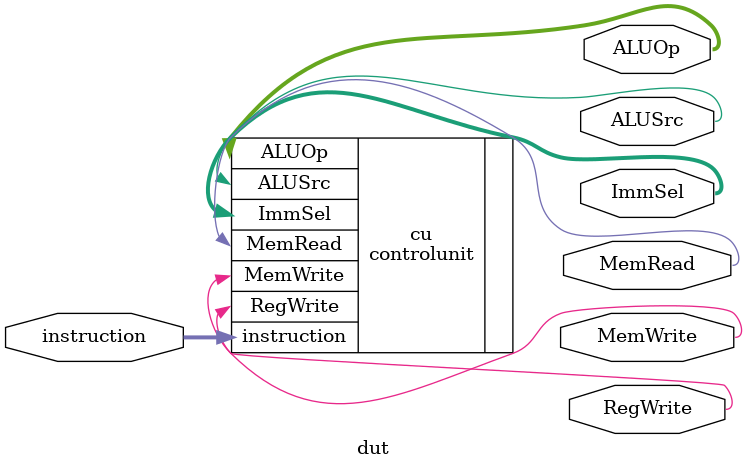
<source format=v>
module dut (
    input wire [31:0] instruction,
    output reg RegWrite,
    output reg ALUSrc,
    output reg MemWrite,
    output reg MemRead,
    output reg [2:0] ALUOp,
    output reg [1:0] ImmSel
);

    controlunit cu (
        .instruction(instruction),
        .RegWrite(RegWrite),
        .ALUSrc(ALUSrc),
        .MemWrite(MemWrite),
        .MemRead(MemRead),
        .ALUOp(ALUOp),
        .ImmSel(ImmSel)
    );
    
endmodule
</source>
